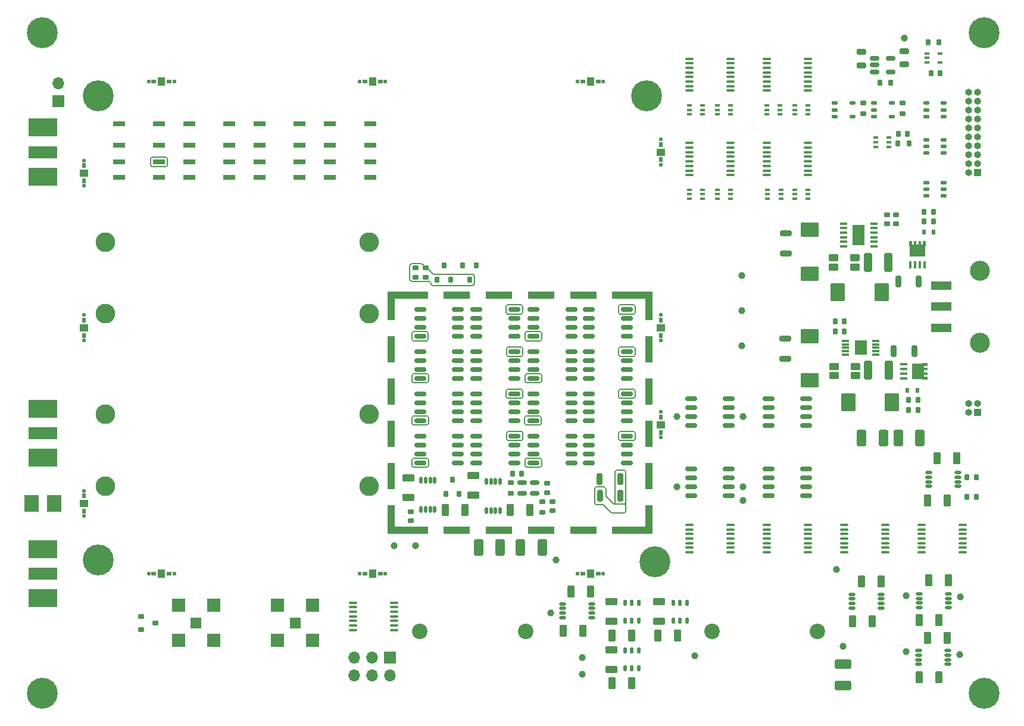
<source format=gts>
%TF.GenerationSoftware,KiCad,Pcbnew,(6.0.11)*%
%TF.CreationDate,2023-08-11T21:29:26-04:00*%
%TF.ProjectId,1fNoiseAmplifierRev13,31664e6f-6973-4654-916d-706c69666965,rev?*%
%TF.SameCoordinates,Original*%
%TF.FileFunction,Soldermask,Top*%
%TF.FilePolarity,Negative*%
%FSLAX46Y46*%
G04 Gerber Fmt 4.6, Leading zero omitted, Abs format (unit mm)*
G04 Created by KiCad (PCBNEW (6.0.11)) date 2023-08-11 21:29:26*
%MOMM*%
%LPD*%
G01*
G04 APERTURE LIST*
G04 Aperture macros list*
%AMRoundRect*
0 Rectangle with rounded corners*
0 $1 Rounding radius*
0 $2 $3 $4 $5 $6 $7 $8 $9 X,Y pos of 4 corners*
0 Add a 4 corners polygon primitive as box body*
4,1,4,$2,$3,$4,$5,$6,$7,$8,$9,$2,$3,0*
0 Add four circle primitives for the rounded corners*
1,1,$1+$1,$2,$3*
1,1,$1+$1,$4,$5*
1,1,$1+$1,$6,$7*
1,1,$1+$1,$8,$9*
0 Add four rect primitives between the rounded corners*
20,1,$1+$1,$2,$3,$4,$5,0*
20,1,$1+$1,$4,$5,$6,$7,0*
20,1,$1+$1,$6,$7,$8,$9,0*
20,1,$1+$1,$8,$9,$2,$3,0*%
%AMFreePoly0*
4,1,21,1.372500,0.787500,0.862500,0.787500,0.862500,0.532500,1.372500,0.532500,1.372500,0.127500,0.862500,0.127500,0.862500,-0.127500,1.372500,-0.127500,1.372500,-0.532500,0.862500,-0.532500,0.862500,-0.787500,1.372500,-0.787500,1.372500,-1.195000,0.612500,-1.195000,0.612500,-1.117500,-0.862500,-1.117500,-0.862500,1.117500,0.612500,1.117500,0.612500,1.195000,1.372500,1.195000,
1.372500,0.787500,1.372500,0.787500,$1*%
G04 Aperture macros list end*
%ADD10C,0.150000*%
%ADD11R,0.650000X0.400000*%
%ADD12R,1.000000X1.000000*%
%ADD13O,1.000000X1.000000*%
%ADD14C,0.700000*%
%ADD15C,4.400000*%
%ADD16RoundRect,0.137500X-0.262500X-0.137500X0.262500X-0.137500X0.262500X0.137500X-0.262500X0.137500X0*%
%ADD17RoundRect,0.150000X-0.150000X-0.300000X0.150000X-0.300000X0.150000X0.300000X-0.150000X0.300000X0*%
%ADD18RoundRect,0.175000X0.275000X-0.175000X0.275000X0.175000X-0.275000X0.175000X-0.275000X-0.175000X0*%
%ADD19RoundRect,0.175000X0.175000X0.275000X-0.175000X0.275000X-0.175000X-0.275000X0.175000X-0.275000X0*%
%ADD20RoundRect,0.250000X-1.025000X0.787500X-1.025000X-0.787500X1.025000X-0.787500X1.025000X0.787500X0*%
%ADD21RoundRect,0.250000X0.325000X1.100000X-0.325000X1.100000X-0.325000X-1.100000X0.325000X-1.100000X0*%
%ADD22RoundRect,0.250000X-0.325000X-1.100000X0.325000X-1.100000X0.325000X1.100000X-0.325000X1.100000X0*%
%ADD23RoundRect,0.250000X1.025000X-0.787500X1.025000X0.787500X-1.025000X0.787500X-1.025000X-0.787500X0*%
%ADD24RoundRect,0.150000X0.300000X-0.150000X0.300000X0.150000X-0.300000X0.150000X-0.300000X-0.150000X0*%
%ADD25RoundRect,0.150000X-0.300000X0.150000X-0.300000X-0.150000X0.300000X-0.150000X0.300000X0.150000X0*%
%ADD26RoundRect,0.198450X0.464050X0.326550X-0.464050X0.326550X-0.464050X-0.326550X0.464050X-0.326550X0*%
%ADD27RoundRect,0.115000X0.405000X0.095000X-0.405000X0.095000X-0.405000X-0.095000X0.405000X-0.095000X0*%
%ADD28RoundRect,0.020000X0.825000X1.425000X-0.825000X1.425000X-0.825000X-1.425000X0.825000X-1.425000X0*%
%ADD29RoundRect,0.177778X-0.697222X0.222222X-0.697222X-0.222222X0.697222X-0.222222X0.697222X0.222222X0*%
%ADD30RoundRect,0.198450X-0.464050X-0.326550X0.464050X-0.326550X0.464050X0.326550X-0.464050X0.326550X0*%
%ADD31RoundRect,0.037000X0.473000X-0.108000X0.473000X0.108000X-0.473000X0.108000X-0.473000X-0.108000X0*%
%ADD32C,0.420000*%
%ADD33RoundRect,0.010000X0.840000X0.940000X-0.840000X0.940000X-0.840000X-0.940000X0.840000X-0.940000X0*%
%ADD34RoundRect,0.217391X-0.282609X-0.657609X0.282609X-0.657609X0.282609X0.657609X-0.282609X0.657609X0*%
%ADD35RoundRect,0.048000X0.202000X-0.192000X0.202000X0.192000X-0.202000X0.192000X-0.202000X-0.192000X0*%
%ADD36RoundRect,0.050000X0.200000X-0.300000X0.200000X0.300000X-0.200000X0.300000X-0.200000X-0.300000X0*%
%ADD37RoundRect,0.110000X0.490000X-0.440000X0.490000X0.440000X-0.490000X0.440000X-0.490000X-0.440000X0*%
%ADD38RoundRect,0.175000X-0.485000X0.175000X-0.485000X-0.175000X0.485000X-0.175000X0.485000X0.175000X0*%
%ADD39R,0.600000X0.700000*%
%ADD40RoundRect,0.120000X-0.350000X-0.100000X0.350000X-0.100000X0.350000X0.100000X-0.350000X0.100000X0*%
%ADD41R,1.800000X0.800000*%
%ADD42RoundRect,0.050000X-0.550000X-0.125000X0.550000X-0.125000X0.550000X0.125000X-0.550000X0.125000X0*%
%ADD43RoundRect,0.250000X0.412500X0.925000X-0.412500X0.925000X-0.412500X-0.925000X0.412500X-0.925000X0*%
%ADD44RoundRect,0.175000X-0.175000X-0.275000X0.175000X-0.275000X0.175000X0.275000X-0.175000X0.275000X0*%
%ADD45C,1.000000*%
%ADD46RoundRect,0.180000X-0.645000X-0.130000X0.645000X-0.130000X0.645000X0.130000X-0.645000X0.130000X0*%
%ADD47RoundRect,0.217391X0.657609X-0.282609X0.657609X0.282609X-0.657609X0.282609X-0.657609X-0.282609X0*%
%ADD48C,2.200000*%
%ADD49RoundRect,0.177778X0.222222X0.697222X-0.222222X0.697222X-0.222222X-0.697222X0.222222X-0.697222X0*%
%ADD50R,2.920000X1.270000*%
%ADD51C,2.840000*%
%ADD52RoundRect,0.217391X0.282609X0.657609X-0.282609X0.657609X-0.282609X-0.657609X0.282609X-0.657609X0*%
%ADD53RoundRect,0.180000X0.645000X0.130000X-0.645000X0.130000X-0.645000X-0.130000X0.645000X-0.130000X0*%
%ADD54RoundRect,0.120000X0.100000X-0.350000X0.100000X0.350000X-0.100000X0.350000X-0.100000X-0.350000X0*%
%ADD55RoundRect,0.050000X0.550000X0.125000X-0.550000X0.125000X-0.550000X-0.125000X0.550000X-0.125000X0*%
%ADD56R,1.000000X3.140000*%
%ADD57R,3.800000X1.000000*%
%ADD58R,1.000000X3.800000*%
%ADD59R,4.720000X1.000000*%
%ADD60RoundRect,0.175000X-0.275000X-0.175000X0.275000X-0.175000X0.275000X0.175000X-0.275000X0.175000X0*%
%ADD61RoundRect,0.076000X-0.684000X-0.684000X0.684000X-0.684000X0.684000X0.684000X-0.684000X0.684000X0*%
%ADD62RoundRect,0.095500X-0.859500X-0.859500X0.859500X-0.859500X0.859500X0.859500X-0.859500X0.859500X0*%
%ADD63R,0.990000X0.405000*%
%ADD64FreePoly0,0.000000*%
%ADD65RoundRect,0.250000X-0.787500X-1.025000X0.787500X-1.025000X0.787500X1.025000X-0.787500X1.025000X0*%
%ADD66RoundRect,0.050000X-0.300000X-0.200000X0.300000X-0.200000X0.300000X0.200000X-0.300000X0.200000X0*%
%ADD67RoundRect,0.048000X-0.192000X-0.202000X0.192000X-0.202000X0.192000X0.202000X-0.192000X0.202000X0*%
%ADD68RoundRect,0.110000X-0.440000X-0.490000X0.440000X-0.490000X0.440000X0.490000X-0.440000X0.490000X0*%
%ADD69R,4.190000X1.780000*%
%ADD70R,4.190000X2.665000*%
%ADD71RoundRect,0.250000X-0.925000X0.412500X-0.925000X-0.412500X0.925000X-0.412500X0.925000X0.412500X0*%
%ADD72RoundRect,0.150000X0.150000X0.300000X-0.150000X0.300000X-0.150000X-0.300000X0.150000X-0.300000X0*%
%ADD73RoundRect,0.175000X0.175000X-0.275000X0.175000X0.275000X-0.175000X0.275000X-0.175000X-0.275000X0*%
%ADD74RoundRect,0.137500X0.137500X-0.262500X0.137500X0.262500X-0.137500X0.262500X-0.137500X-0.262500X0*%
%ADD75RoundRect,0.200000X0.475000X-0.200000X0.475000X0.200000X-0.475000X0.200000X-0.475000X-0.200000X0*%
%ADD76RoundRect,0.217391X-0.657609X0.282609X-0.657609X-0.282609X0.657609X-0.282609X0.657609X0.282609X0*%
%ADD77RoundRect,0.150000X-0.512500X-0.150000X0.512500X-0.150000X0.512500X0.150000X-0.512500X0.150000X0*%
%ADD78RoundRect,0.250000X-0.412500X-0.925000X0.412500X-0.925000X0.412500X0.925000X-0.412500X0.925000X0*%
%ADD79C,2.800000*%
%ADD80RoundRect,0.175000X-0.175000X0.275000X-0.175000X-0.275000X0.175000X-0.275000X0.175000X0.275000X0*%
%ADD81RoundRect,0.250000X0.787500X1.025000X-0.787500X1.025000X-0.787500X-1.025000X0.787500X-1.025000X0*%
%ADD82RoundRect,0.175000X-0.275000X0.175000X-0.275000X-0.175000X0.275000X-0.175000X0.275000X0.175000X0*%
%ADD83R,1.700000X1.700000*%
%ADD84O,1.700000X1.700000*%
%ADD85RoundRect,0.076000X-0.684000X0.684000X-0.684000X-0.684000X0.684000X-0.684000X0.684000X0.684000X0*%
%ADD86RoundRect,0.095500X-0.859500X0.859500X-0.859500X-0.859500X0.859500X-0.859500X0.859500X0.859500X0*%
%ADD87R,2.010000X2.390000*%
%ADD88R,0.405000X0.990000*%
%ADD89FreePoly0,90.000000*%
G04 APERTURE END LIST*
D10*
X126616208Y-121029808D02*
G75*
G03*
X126816208Y-120829869I92J199908D01*
G01*
X99424077Y-86991998D02*
G75*
G03*
X99636206Y-87079869I212123J212098D01*
G01*
X124016481Y-118519869D02*
G75*
G03*
X124066208Y-118639869I169819J69D01*
G01*
X109841231Y-104529869D02*
G75*
G03*
X110041208Y-104729869I199969J-31D01*
G01*
X112691208Y-107229808D02*
G75*
G03*
X112491208Y-107429869I92J-200092D01*
G01*
X125316208Y-119588448D02*
X125316208Y-115154869D01*
X111991208Y-104729808D02*
G75*
G03*
X112191208Y-104529869I92J199908D01*
G01*
X98791208Y-101429869D02*
X98791208Y-102329869D01*
X114891208Y-113429869D02*
X114891208Y-114329869D01*
X125841208Y-110529869D02*
X125841208Y-109629869D01*
X110041208Y-103429808D02*
G75*
G03*
X109841208Y-103629869I92J-200092D01*
G01*
X98791231Y-107429869D02*
G75*
G03*
X98591208Y-107229869I-200031J-31D01*
G01*
X127991208Y-92729869D02*
X126041208Y-92729869D01*
X112241208Y-109629869D02*
X112241208Y-110529869D01*
X96641208Y-113229808D02*
G75*
G03*
X96441208Y-113429869I92J-200092D01*
G01*
X112741208Y-101229808D02*
G75*
G03*
X112541208Y-101429869I92J-200092D01*
G01*
X97948338Y-85667737D02*
X98236206Y-85955869D01*
X114891231Y-95429869D02*
G75*
G03*
X114691208Y-95229869I-200031J-31D01*
G01*
X125841231Y-104529869D02*
G75*
G03*
X126041208Y-104729869I199969J-31D01*
G01*
X125841231Y-98529869D02*
G75*
G03*
X126041208Y-98729869I199969J-31D01*
G01*
X127991208Y-104729869D02*
X126041208Y-104729869D01*
X126816208Y-120829869D02*
X126824787Y-119588448D01*
X125841208Y-92529869D02*
X125841208Y-91629869D01*
X99136231Y-88279869D02*
G75*
G03*
X98936206Y-88079869I-200031J-31D01*
G01*
X112541208Y-114329869D02*
X112541208Y-113429869D01*
X112541231Y-114329869D02*
G75*
G03*
X112741208Y-114529869I199969J-31D01*
G01*
X105336206Y-88379869D02*
X105336206Y-87379869D01*
X126624787Y-119788448D02*
X125516208Y-119788448D01*
X96441208Y-102329869D02*
X96441208Y-101429869D01*
X105036206Y-87079869D02*
X99636206Y-87079869D01*
X122616208Y-117329808D02*
G75*
G03*
X122416208Y-117529869I92J-200092D01*
G01*
X99336206Y-88679869D02*
X105036206Y-88679869D01*
X109841208Y-104529869D02*
X109841208Y-103629869D01*
X98566208Y-96529869D02*
X96616208Y-96529869D01*
X96616208Y-95229808D02*
G75*
G03*
X96416208Y-95429869I92J-200092D01*
G01*
X110091208Y-97429869D02*
X112041208Y-97429869D01*
X112191231Y-91629869D02*
G75*
G03*
X111991208Y-91429869I-200031J-31D01*
G01*
X127991208Y-110729869D02*
X126041208Y-110729869D01*
X96416231Y-96329869D02*
G75*
G03*
X96616208Y-96529869I199969J-31D01*
G01*
X111991208Y-104729869D02*
X110041208Y-104729869D01*
X112741208Y-95229808D02*
G75*
G03*
X112541208Y-95429869I92J-200092D01*
G01*
X126041208Y-91429869D02*
X127991208Y-91429869D01*
X96641208Y-113229869D02*
X98591208Y-113229869D01*
X127991208Y-104729808D02*
G75*
G03*
X128191208Y-104529869I92J199908D01*
G01*
X128191208Y-103629869D02*
X128191208Y-104529869D01*
X124016231Y-117529869D02*
G75*
G03*
X123816208Y-117329869I-200031J-31D01*
G01*
X114641208Y-108529869D02*
X112691208Y-108529869D01*
X99136206Y-88279869D02*
X99136206Y-88479869D01*
X112541208Y-102329869D02*
X112541208Y-101429869D01*
X110041208Y-103429869D02*
X111991208Y-103429869D01*
X98791231Y-101429869D02*
G75*
G03*
X98591208Y-101229869I-200031J-31D01*
G01*
X126816231Y-119979869D02*
G75*
G03*
X126616208Y-119779869I-200031J-31D01*
G01*
X123648132Y-119867945D02*
X124773071Y-120983006D01*
X110091208Y-97429808D02*
G75*
G03*
X109891208Y-97629869I92J-200092D01*
G01*
X98791208Y-113429869D02*
X98791208Y-114329869D01*
X109841231Y-92529869D02*
G75*
G03*
X110041208Y-92729869I199969J-31D01*
G01*
X109841208Y-92529869D02*
X109841208Y-91629869D01*
X61374074Y-71779874D02*
G75*
G03*
X61674074Y-71479869I26J299974D01*
G01*
X128191208Y-97629869D02*
X128191208Y-98529869D01*
X109891231Y-110529869D02*
G75*
G03*
X110091208Y-110729869I199969J-31D01*
G01*
X114691208Y-102529869D02*
X112741208Y-102529869D01*
X125155942Y-119720068D02*
X124066208Y-118639869D01*
X97948341Y-85667734D02*
G75*
G03*
X97736206Y-85579869I-212141J-212166D01*
G01*
X125316208Y-119779869D02*
X125266208Y-119779868D01*
X114891208Y-95429869D02*
X114891208Y-96329869D01*
X123816208Y-117329869D02*
X122616208Y-117329869D01*
X112041208Y-98729808D02*
G75*
G03*
X112241208Y-98529869I92J199908D01*
G01*
X112491208Y-108329869D02*
X112491208Y-107429869D01*
X98591208Y-108529869D02*
X96641208Y-108529869D01*
X109891231Y-98529869D02*
G75*
G03*
X110091208Y-98729869I199969J-31D01*
G01*
X112541231Y-96329869D02*
G75*
G03*
X112741208Y-96529869I199969J-31D01*
G01*
X114891231Y-113429869D02*
G75*
G03*
X114691208Y-113229869I-200031J-31D01*
G01*
X124773073Y-120983004D02*
G75*
G03*
X124886208Y-121029869I113127J113104D01*
G01*
X96436206Y-85579806D02*
G75*
G03*
X96136206Y-85879869I94J-300094D01*
G01*
X112541231Y-102329869D02*
G75*
G03*
X112741208Y-102529869I199969J-31D01*
G01*
X125841208Y-104529869D02*
X125841208Y-103629869D01*
X126041208Y-91429808D02*
G75*
G03*
X125841208Y-91629869I92J-200092D01*
G01*
X112741208Y-113229808D02*
G75*
G03*
X112541208Y-113429869I92J-200092D01*
G01*
X109891208Y-110529869D02*
X109891208Y-109629869D01*
X126624787Y-119788487D02*
G75*
G03*
X126824787Y-119588448I-87J200087D01*
G01*
X123648134Y-119867943D02*
G75*
G03*
X123556208Y-119829869I-91934J-91957D01*
G01*
X98791231Y-113429869D02*
G75*
G03*
X98591208Y-113229869I-200031J-31D01*
G01*
X61674031Y-70679869D02*
G75*
G03*
X61374074Y-70379869I-299931J69D01*
G01*
X96441208Y-108329869D02*
X96441208Y-107429869D01*
X114691208Y-114529808D02*
G75*
G03*
X114891208Y-114329869I92J199908D01*
G01*
X112241231Y-97629869D02*
G75*
G03*
X112041208Y-97429869I-200031J-31D01*
G01*
X112191208Y-91629869D02*
X112191208Y-92529869D01*
X96436206Y-88079869D02*
X98936206Y-88079869D01*
X125516208Y-114954869D02*
X126624787Y-114954869D01*
X125516208Y-114954808D02*
G75*
G03*
X125316208Y-115154869I92J-200092D01*
G01*
X128191208Y-91629869D02*
X128191208Y-92529869D01*
X112241231Y-109629869D02*
G75*
G03*
X112041208Y-109429869I-200031J-31D01*
G01*
X127991208Y-110729808D02*
G75*
G03*
X128191208Y-110529869I92J199908D01*
G01*
X126041208Y-109429869D02*
X127991208Y-109429869D01*
X122416231Y-119629869D02*
G75*
G03*
X122616208Y-119829869I199969J-31D01*
G01*
X125416208Y-119779869D02*
X125316208Y-119779869D01*
X99136231Y-88479869D02*
G75*
G03*
X99336206Y-88679869I199969J-31D01*
G01*
X96441231Y-114329869D02*
G75*
G03*
X96641208Y-114529869I199969J-31D01*
G01*
X98591208Y-114529869D02*
X96641208Y-114529869D01*
X127991208Y-98729808D02*
G75*
G03*
X128191208Y-98529869I92J199908D01*
G01*
X125841231Y-110529869D02*
G75*
G03*
X126041208Y-110729869I199969J-31D01*
G01*
X98591208Y-102529869D02*
X96641208Y-102529869D01*
X98791208Y-107429869D02*
X98791208Y-108329869D01*
X110091208Y-109429869D02*
X112041208Y-109429869D01*
X98591208Y-108529808D02*
G75*
G03*
X98791208Y-108329869I92J199908D01*
G01*
X112191231Y-103629869D02*
G75*
G03*
X111991208Y-103429869I-200031J-31D01*
G01*
X112041208Y-98729869D02*
X110091208Y-98729869D01*
X126041208Y-97429808D02*
G75*
G03*
X125841208Y-97629869I92J-200092D01*
G01*
X122416208Y-117529869D02*
X122416208Y-119629869D01*
X124886208Y-121029869D02*
X126616208Y-121029869D01*
X128191231Y-103629869D02*
G75*
G03*
X127991208Y-103429869I-200031J-31D01*
G01*
X125316252Y-119588448D02*
G75*
G03*
X125516208Y-119788448I199948J-52D01*
G01*
X126041208Y-103429869D02*
X127991208Y-103429869D01*
X96441208Y-114329869D02*
X96441208Y-113429869D01*
X112191208Y-103629869D02*
X112191208Y-104529869D01*
X114641208Y-108529808D02*
G75*
G03*
X114841208Y-108329869I92J199908D01*
G01*
X110041208Y-91429869D02*
X111991208Y-91429869D01*
X126824731Y-115154869D02*
G75*
G03*
X126624787Y-114954869I-199931J69D01*
G01*
X127991208Y-92729808D02*
G75*
G03*
X128191208Y-92529869I92J199908D01*
G01*
X112041208Y-110729808D02*
G75*
G03*
X112241208Y-110529869I92J199908D01*
G01*
X96641208Y-101229869D02*
X98591208Y-101229869D01*
X96641208Y-107229869D02*
X98591208Y-107229869D01*
X126824787Y-115154869D02*
X126824787Y-119588448D01*
X111991208Y-92729808D02*
G75*
G03*
X112191208Y-92529869I92J199908D01*
G01*
X128191231Y-91629869D02*
G75*
G03*
X127991208Y-91429869I-200031J-31D01*
G01*
X126041208Y-109429808D02*
G75*
G03*
X125841208Y-109629869I92J-200092D01*
G01*
X128191231Y-97629869D02*
G75*
G03*
X127991208Y-97429869I-200031J-31D01*
G01*
X59274031Y-71479869D02*
G75*
G03*
X59574074Y-71779869I300069J69D01*
G01*
X96136206Y-85879869D02*
X96136206Y-87779869D01*
X96441231Y-108329869D02*
G75*
G03*
X96641208Y-108529869I199969J-31D01*
G01*
X114841208Y-107429869D02*
X114841208Y-108329869D01*
X110041208Y-91429808D02*
G75*
G03*
X109841208Y-91629869I92J-200092D01*
G01*
X126041208Y-103429808D02*
G75*
G03*
X125841208Y-103629869I92J-200092D01*
G01*
X96416208Y-96329869D02*
X96416208Y-95429869D01*
X61374074Y-71779869D02*
X59574074Y-71779869D01*
X98766231Y-95429869D02*
G75*
G03*
X98566208Y-95229869I-200031J-31D01*
G01*
X125841231Y-92529869D02*
G75*
G03*
X126041208Y-92729869I199969J-31D01*
G01*
X112041208Y-110729869D02*
X110091208Y-110729869D01*
X105036206Y-88679806D02*
G75*
G03*
X105336206Y-88379869I94J299906D01*
G01*
X59274074Y-71479869D02*
X59274074Y-70679869D01*
X114691208Y-114529869D02*
X112741208Y-114529869D01*
X98591208Y-114529808D02*
G75*
G03*
X98791208Y-114329869I92J199908D01*
G01*
X99424074Y-86992001D02*
X98736206Y-86304869D01*
X114891208Y-101429869D02*
X114891208Y-102329869D01*
X114891231Y-101429869D02*
G75*
G03*
X114691208Y-101229869I-200031J-31D01*
G01*
X128191231Y-109629869D02*
G75*
G03*
X127991208Y-109429869I-200031J-31D01*
G01*
X114691208Y-102529808D02*
G75*
G03*
X114891208Y-102329869I92J199908D01*
G01*
X111991208Y-92729869D02*
X110041208Y-92729869D01*
X109891208Y-98529869D02*
X109891208Y-97629869D01*
X96441231Y-102329869D02*
G75*
G03*
X96641208Y-102529869I199969J-31D01*
G01*
X112691208Y-107229869D02*
X114641208Y-107229869D01*
X110091208Y-109429808D02*
G75*
G03*
X109891208Y-109629869I92J-200092D01*
G01*
X96641208Y-101229808D02*
G75*
G03*
X96441208Y-101429869I92J-200092D01*
G01*
X98591208Y-102529808D02*
G75*
G03*
X98791208Y-102329869I92J199908D01*
G01*
X112741208Y-95229869D02*
X114691208Y-95229869D01*
X126041208Y-97429869D02*
X127991208Y-97429869D01*
X112491231Y-108329869D02*
G75*
G03*
X112691208Y-108529869I199969J-31D01*
G01*
X105336231Y-87379869D02*
G75*
G03*
X105036206Y-87079869I-300031J-31D01*
G01*
X59574074Y-70379869D02*
X61374074Y-70379869D01*
X125155947Y-119720064D02*
G75*
G03*
X125266208Y-119779868I120253J90164D01*
G01*
X96616208Y-95229869D02*
X98566208Y-95229869D01*
X114691208Y-96529808D02*
G75*
G03*
X114891208Y-96329869I92J199908D01*
G01*
X127991208Y-98729869D02*
X126041208Y-98729869D01*
X125167353Y-119719437D02*
G75*
G03*
X125316208Y-119609869I48847J89537D01*
G01*
X114841231Y-107429869D02*
G75*
G03*
X114641208Y-107229869I-200031J-31D01*
G01*
X112541208Y-96329869D02*
X112541208Y-95429869D01*
X98566208Y-96529808D02*
G75*
G03*
X98766208Y-96329869I92J199908D01*
G01*
X128191208Y-109629869D02*
X128191208Y-110529869D01*
X114691208Y-96529869D02*
X112741208Y-96529869D01*
X112741208Y-113229869D02*
X114691208Y-113229869D01*
X122616208Y-119829869D02*
X123556208Y-119829869D01*
X124016503Y-118519869D02*
X124016208Y-117529869D01*
X97736206Y-85579869D02*
X96436206Y-85579869D01*
X96136231Y-87779869D02*
G75*
G03*
X96436206Y-88079869I299969J-31D01*
G01*
X112741208Y-101229869D02*
X114691208Y-101229869D01*
X59574074Y-70379874D02*
G75*
G03*
X59274074Y-70679869I26J-300026D01*
G01*
X96641208Y-107229808D02*
G75*
G03*
X96441208Y-107429869I92J-200092D01*
G01*
X112241208Y-97629869D02*
X112241208Y-98529869D01*
X61674074Y-71479869D02*
X61674074Y-70679869D01*
X125841208Y-98529869D02*
X125841208Y-97629869D01*
X98766208Y-95429869D02*
X98766208Y-96329869D01*
D11*
%TO.C,U28*%
X164286206Y-67629869D03*
X164286206Y-68279869D03*
X164286206Y-68929869D03*
X162386206Y-68929869D03*
X162386206Y-68279869D03*
X162386206Y-67629869D03*
%TD*%
D12*
%TO.C,J12*%
X176861206Y-106679869D03*
D13*
X175591206Y-106679869D03*
X176861206Y-105409869D03*
X175591206Y-105409869D03*
%TD*%
D14*
%TO.C,H1*%
X45002932Y-147846595D03*
X43836206Y-145029869D03*
X42669480Y-145513143D03*
X42186206Y-146679869D03*
X45002932Y-145513143D03*
X42669480Y-147846595D03*
X43836206Y-148329869D03*
D15*
X43836206Y-146679869D03*
D14*
X45486206Y-146679869D03*
%TD*%
%TO.C,H2*%
X179002932Y-147846595D03*
X177836206Y-145029869D03*
X176669480Y-145513143D03*
X176186206Y-146679869D03*
X179002932Y-145513143D03*
X176669480Y-147846595D03*
X177836206Y-148329869D03*
D15*
X177836206Y-146679869D03*
D14*
X179486206Y-146679869D03*
%TD*%
%TO.C,H7*%
X45486206Y-52679869D03*
D15*
X43836206Y-52679869D03*
D14*
X43836206Y-54329869D03*
X42669480Y-53846595D03*
X45002932Y-51513143D03*
X42186206Y-52679869D03*
X42669480Y-51513143D03*
X43836206Y-51029869D03*
X45002932Y-53846595D03*
%TD*%
%TO.C,H8*%
X179002932Y-53846595D03*
X177836206Y-51029869D03*
X176669480Y-51513143D03*
X176186206Y-52679869D03*
X179002932Y-51513143D03*
X176669480Y-53846595D03*
X177836206Y-54329869D03*
D15*
X177836206Y-52679869D03*
D14*
X179486206Y-52679869D03*
%TD*%
D16*
%TO.C,U34*%
X162186206Y-62729869D03*
X162186206Y-63679869D03*
X162186206Y-64629869D03*
X164686206Y-64629869D03*
X164686206Y-62729869D03*
%TD*%
%TO.C,U33*%
X156586206Y-62729869D03*
X156586206Y-63679869D03*
X156586206Y-64629869D03*
X159086206Y-64629869D03*
X159086206Y-62729869D03*
%TD*%
D17*
%TO.C,R24*%
X165586206Y-67079869D03*
X166886206Y-67079869D03*
%TD*%
D18*
%TO.C,C42*%
X160636206Y-64254869D03*
X160636206Y-62704869D03*
%TD*%
%TO.C,C43*%
X166236206Y-64254869D03*
X166236206Y-62704869D03*
%TD*%
D19*
%TO.C,C41*%
X167111206Y-68479869D03*
X165561206Y-68479869D03*
%TD*%
D20*
%TO.C,C32*%
X153011206Y-95917369D03*
X153011206Y-102142369D03*
%TD*%
D21*
%TO.C,C34*%
X164286206Y-100729869D03*
X161336206Y-100729869D03*
%TD*%
D22*
%TO.C,C40*%
X161266206Y-85379869D03*
X164216206Y-85379869D03*
%TD*%
D23*
%TO.C,C38*%
X153041206Y-86992369D03*
X153041206Y-80767369D03*
%TD*%
D24*
%TO.C,R22*%
X163991206Y-79879869D03*
X163991206Y-78579869D03*
%TD*%
D17*
%TO.C,R15*%
X156611206Y-93807369D03*
X157911206Y-93807369D03*
%TD*%
%TO.C,R14*%
X156611206Y-95179869D03*
X157911206Y-95179869D03*
%TD*%
D25*
%TO.C,R21*%
X165311206Y-78579869D03*
X165311206Y-79879869D03*
%TD*%
D17*
%TO.C,R12*%
X167086206Y-106379869D03*
X168386206Y-106379869D03*
%TD*%
%TO.C,R23*%
X169286206Y-78179869D03*
X170586206Y-78179869D03*
%TD*%
D26*
%TO.C,C39*%
X159478706Y-86029869D03*
X159478706Y-84729869D03*
X156403706Y-86029869D03*
X156403706Y-84729869D03*
%TD*%
D27*
%TO.C,U21*%
X162141206Y-83104869D03*
X162141206Y-82454869D03*
X162141206Y-81804869D03*
X162141206Y-81154869D03*
X162141206Y-80504869D03*
X162141206Y-79854869D03*
X157841206Y-79854869D03*
X157841206Y-80504869D03*
X157841206Y-81154869D03*
X157841206Y-81804869D03*
X157841206Y-82454869D03*
X157841206Y-83104869D03*
D28*
X159991206Y-81479869D03*
%TD*%
D29*
%TO.C,R19*%
X149611206Y-81229869D03*
X149611206Y-84129869D03*
%TD*%
%TO.C,R13*%
X149561206Y-96182369D03*
X149561206Y-99082369D03*
%TD*%
D30*
%TO.C,C33*%
X156473706Y-100179869D03*
X156473706Y-101479869D03*
X159548706Y-100179869D03*
X159548706Y-101479869D03*
%TD*%
D31*
%TO.C,U20*%
X162411206Y-98529869D03*
X162411206Y-98029869D03*
X162411206Y-97529869D03*
X162411206Y-97029869D03*
X162411206Y-96529869D03*
X158111206Y-96529869D03*
X158111206Y-97029869D03*
X158111206Y-97529869D03*
X158111206Y-98029869D03*
X158111206Y-98529869D03*
D32*
X160861206Y-97529869D03*
D33*
X160261206Y-97529869D03*
D32*
X160861206Y-96829869D03*
X159661206Y-96829869D03*
X159661206Y-97529869D03*
X160861206Y-98229869D03*
X159661206Y-98229869D03*
%TD*%
D34*
%TO.C,C8*%
X131391832Y-138479869D03*
X134191832Y-138479869D03*
%TD*%
D35*
%TO.C,J18*%
X131836206Y-71489869D03*
D36*
X131836206Y-70779869D03*
D35*
X131836206Y-67869869D03*
D37*
X131836206Y-69679869D03*
D36*
X131836206Y-68579869D03*
%TD*%
D38*
%TO.C,R4*%
X113910142Y-116729869D03*
X113910142Y-118229869D03*
%TD*%
D39*
%TO.C,D3*%
X168336206Y-103579869D03*
X166936206Y-103579869D03*
%TD*%
D40*
%TO.C,U7*%
X159061206Y-132604869D03*
X159061206Y-133254869D03*
X159061206Y-133904869D03*
X159061206Y-134554869D03*
X163211206Y-134554869D03*
X163211206Y-133904869D03*
X163211206Y-133254869D03*
X163211206Y-132604869D03*
%TD*%
%TO.C,U2*%
X168486206Y-140604869D03*
X168486206Y-141254869D03*
X168486206Y-141904869D03*
X168486206Y-142554869D03*
X172636206Y-142554869D03*
X172636206Y-141904869D03*
X172636206Y-141254869D03*
X172636206Y-140604869D03*
%TD*%
D14*
%TO.C,H3*%
X50669480Y-126513143D03*
X53002932Y-126513143D03*
X50669480Y-128846595D03*
X50186206Y-127679869D03*
X51836206Y-129329869D03*
X53002932Y-128846595D03*
D15*
X51836206Y-127679869D03*
D14*
X53486206Y-127679869D03*
X51836206Y-126029869D03*
%TD*%
D41*
%TO.C,K1*%
X54786206Y-65679869D03*
X54786206Y-68679869D03*
X54786206Y-71079869D03*
X54786206Y-73279869D03*
X60486206Y-73279869D03*
X60486206Y-71079869D03*
X60486206Y-68679869D03*
X60486206Y-65679869D03*
%TD*%
D42*
%TO.C,U12*%
X168936206Y-122729869D03*
X168936206Y-123379869D03*
X168936206Y-124029869D03*
X168936206Y-124679869D03*
X168936206Y-125329869D03*
X168936206Y-125979869D03*
X168936206Y-126629869D03*
X174736206Y-126629869D03*
X174736206Y-125979869D03*
X174736206Y-125329869D03*
X174736206Y-124679869D03*
X174736206Y-124029869D03*
X174736206Y-123379869D03*
X174736206Y-122729869D03*
%TD*%
D43*
%TO.C,C30*%
X168673706Y-110379869D03*
X165598706Y-110379869D03*
%TD*%
D44*
%TO.C,C46*%
X162961206Y-59779869D03*
X164511206Y-59779869D03*
%TD*%
D14*
%TO.C,H6*%
X129836206Y-63329869D03*
X131486206Y-61679869D03*
D15*
X129836206Y-61679869D03*
D14*
X129836206Y-60029869D03*
X131002932Y-62846595D03*
X128669480Y-60513143D03*
X128186206Y-61679869D03*
X128669480Y-62846595D03*
X131002932Y-60513143D03*
%TD*%
D42*
%TO.C,U26*%
X135936206Y-68404869D03*
X135936206Y-69054869D03*
X135936206Y-69704869D03*
X135936206Y-70354869D03*
X135936206Y-71004869D03*
X135936206Y-71654869D03*
X135936206Y-72304869D03*
X135936206Y-72954869D03*
X141736206Y-72954869D03*
X141736206Y-72304869D03*
X141736206Y-71654869D03*
X141736206Y-71004869D03*
X141736206Y-70354869D03*
X141736206Y-69704869D03*
X141736206Y-69054869D03*
X141736206Y-68404869D03*
%TD*%
D45*
%TO.C,TP13*%
X156836206Y-129079869D03*
%TD*%
%TO.C,TP5*%
X166736206Y-140779869D03*
%TD*%
D46*
%TO.C,Q7*%
X113710142Y-104074869D03*
X113710142Y-105344869D03*
X113710142Y-106614869D03*
X113710142Y-107884869D03*
X119110142Y-107884869D03*
X119110142Y-106614869D03*
X119110142Y-105344869D03*
X119110142Y-104074869D03*
%TD*%
D45*
%TO.C,TP9*%
X174436206Y-132979869D03*
%TD*%
D47*
%TO.C,C7*%
X124836206Y-143279869D03*
X124836206Y-140479869D03*
%TD*%
D25*
%TO.C,C36*%
X98436206Y-86179869D03*
X98436206Y-87479869D03*
%TD*%
D48*
%TO.C,C4*%
X97586206Y-137879869D03*
X112586206Y-137879869D03*
%TD*%
D42*
%TO.C,U35*%
X135936206Y-56404869D03*
X135936206Y-57054869D03*
X135936206Y-57704869D03*
X135936206Y-58354869D03*
X135936206Y-59004869D03*
X135936206Y-59654869D03*
X135936206Y-60304869D03*
X135936206Y-60954869D03*
X141736206Y-60954869D03*
X141736206Y-60304869D03*
X141736206Y-59654869D03*
X141736206Y-59004869D03*
X141736206Y-58354869D03*
X141736206Y-57704869D03*
X141736206Y-57054869D03*
X141736206Y-56404869D03*
%TD*%
D48*
%TO.C,C9*%
X139136206Y-137879869D03*
X154136206Y-137879869D03*
%TD*%
D45*
%TO.C,TP15*%
X134136206Y-117279869D03*
%TD*%
D11*
%TO.C,U30*%
X141786206Y-64329869D03*
X141786206Y-63679869D03*
X141786206Y-63029869D03*
X139886206Y-63029869D03*
X139886206Y-63679869D03*
X139886206Y-64329869D03*
%TD*%
D49*
%TO.C,R18*%
X168486206Y-88079869D03*
X165586206Y-88079869D03*
%TD*%
D45*
%TO.C,TP7*%
X116186206Y-135229869D03*
%TD*%
D50*
%TO.C,J15*%
X171716206Y-88679869D03*
X171716206Y-91679869D03*
X171716206Y-94679869D03*
D51*
X177186206Y-86529869D03*
X177186206Y-96829869D03*
%TD*%
D52*
%TO.C,C15*%
X161936206Y-136429869D03*
X159136206Y-136429869D03*
%TD*%
D45*
%TO.C,TP10*%
X93886206Y-125679869D03*
%TD*%
D39*
%TO.C,D4*%
X170636206Y-81079869D03*
X169236206Y-81079869D03*
%TD*%
D12*
%TO.C,J19*%
X176861206Y-72604869D03*
D13*
X175591206Y-72604869D03*
X176861206Y-71334869D03*
X175591206Y-71334869D03*
X176861206Y-70064869D03*
X175591206Y-70064869D03*
X176861206Y-68794869D03*
X175591206Y-68794869D03*
X176861206Y-67524869D03*
X175591206Y-67524869D03*
X176861206Y-66254869D03*
X175591206Y-66254869D03*
X176861206Y-64984869D03*
X175591206Y-64984869D03*
X176861206Y-63714869D03*
X175591206Y-63714869D03*
X176861206Y-62444869D03*
X175591206Y-62444869D03*
X176861206Y-61174869D03*
X175591206Y-61174869D03*
%TD*%
D53*
%TO.C,Q15*%
X111010142Y-95884869D03*
X111010142Y-94614869D03*
X111010142Y-93344869D03*
X111010142Y-92074869D03*
X105610142Y-92074869D03*
X105610142Y-93344869D03*
X105610142Y-94614869D03*
X105610142Y-95884869D03*
%TD*%
D45*
%TO.C,TP17*%
X134136206Y-107279869D03*
%TD*%
D54*
%TO.C,U14*%
X107035142Y-120654869D03*
X107685142Y-120654869D03*
X108335142Y-120654869D03*
X108985142Y-120654869D03*
X108985142Y-116504869D03*
X108335142Y-116504869D03*
X107685142Y-116504869D03*
X107035142Y-116504869D03*
%TD*%
D40*
%TO.C,U8*%
X168561206Y-132554869D03*
X168561206Y-133204869D03*
X168561206Y-133854869D03*
X168561206Y-134504869D03*
X172711206Y-134504869D03*
X172711206Y-133854869D03*
X172711206Y-133204869D03*
X172711206Y-132554869D03*
%TD*%
D36*
%TO.C,J13*%
X49836206Y-93579869D03*
D37*
X49836206Y-94679869D03*
D36*
X49836206Y-95779869D03*
D35*
X49836206Y-96489869D03*
X49836206Y-92869869D03*
%TD*%
D55*
%TO.C,U3*%
X93886206Y-137679869D03*
X93886206Y-137029869D03*
X93886206Y-136379869D03*
X93886206Y-135729869D03*
X93886206Y-135079869D03*
X93886206Y-134429869D03*
X93886206Y-133779869D03*
X88086206Y-133779869D03*
X88086206Y-134429869D03*
X88086206Y-135079869D03*
X88086206Y-135729869D03*
X88086206Y-136379869D03*
X88086206Y-137029869D03*
X88086206Y-137679869D03*
%TD*%
D11*
%TO.C,U25*%
X152786206Y-76329869D03*
X152786206Y-75679869D03*
X152786206Y-75029869D03*
X150886206Y-75029869D03*
X150886206Y-75679869D03*
X150886206Y-76329869D03*
%TD*%
D12*
%TO.C,J10*%
X130136208Y-90039869D03*
D56*
X93496208Y-121449869D03*
D57*
X108816208Y-90039869D03*
X114816208Y-90039869D03*
D58*
X130136208Y-109779869D03*
X93496208Y-103779869D03*
X93496208Y-109779869D03*
X93496208Y-115779869D03*
D57*
X114816208Y-123519869D03*
D56*
X130136208Y-92109869D03*
D58*
X130136208Y-103779869D03*
D12*
X93496208Y-123519869D03*
D59*
X96356208Y-123519869D03*
D12*
X130136208Y-123519869D03*
D57*
X120816208Y-90039869D03*
D56*
X93496208Y-92109869D03*
D57*
X102816208Y-123519869D03*
D58*
X130136208Y-115779869D03*
D12*
X93496208Y-90039869D03*
D59*
X127276208Y-123519869D03*
D57*
X108816208Y-123519869D03*
D58*
X93496208Y-97779869D03*
X130136208Y-97779869D03*
D56*
X130136208Y-121449869D03*
D57*
X102816208Y-90039869D03*
D59*
X96356208Y-90039869D03*
X127276208Y-90039869D03*
D57*
X120816208Y-123519869D03*
%TD*%
D46*
%TO.C,U15*%
X136136206Y-114774869D03*
X136136206Y-116044869D03*
X136136206Y-117314869D03*
X136136206Y-118584869D03*
X141536206Y-118584869D03*
X141536206Y-117314869D03*
X141536206Y-116044869D03*
X141536206Y-114774869D03*
%TD*%
D60*
%TO.C,D1*%
X57936206Y-135729869D03*
X57936206Y-137629869D03*
X59936206Y-136679869D03*
%TD*%
D45*
%TO.C,TP8*%
X166736206Y-132779869D03*
%TD*%
D24*
%TO.C,R3*%
X116410142Y-120729869D03*
X116410142Y-119429869D03*
%TD*%
D41*
%TO.C,K3*%
X74786206Y-65679869D03*
X74786206Y-68679869D03*
X74786206Y-71079869D03*
X74786206Y-73279869D03*
X80486206Y-73279869D03*
X80486206Y-71079869D03*
X80486206Y-68679869D03*
X80486206Y-65679869D03*
%TD*%
D61*
%TO.C,J2*%
X79836206Y-136679869D03*
D62*
X77336206Y-139179869D03*
X77336206Y-134179869D03*
X82336206Y-139179869D03*
X82336206Y-134179869D03*
%TD*%
D63*
%TO.C,Q13*%
X166401206Y-99889869D03*
X166401206Y-100549869D03*
X166401206Y-101209869D03*
X166401206Y-101869869D03*
D64*
X168393706Y-100879869D03*
%TD*%
D65*
%TO.C,C37*%
X156998706Y-89579869D03*
X163223706Y-89579869D03*
%TD*%
D46*
%TO.C,U19*%
X147136206Y-104774869D03*
X147136206Y-106044869D03*
X147136206Y-107314869D03*
X147136206Y-108584869D03*
X152536206Y-108584869D03*
X152536206Y-107314869D03*
X152536206Y-106044869D03*
X152536206Y-104774869D03*
%TD*%
D45*
%TO.C,TP14*%
X143536206Y-119279869D03*
%TD*%
D66*
%TO.C,J21*%
X59736206Y-59679869D03*
X61936206Y-59679869D03*
D67*
X59026206Y-59679869D03*
X62646206Y-59679869D03*
D68*
X60836206Y-59679869D03*
%TD*%
D34*
%TO.C,C20*%
X101210142Y-120579869D03*
X104010142Y-120579869D03*
%TD*%
D69*
%TO.C,J4*%
X43936206Y-129679869D03*
D70*
X43936206Y-126187369D03*
X43936206Y-133172369D03*
%TD*%
D52*
%TO.C,C24*%
X172586206Y-119229869D03*
X169786206Y-119229869D03*
%TD*%
D16*
%TO.C,D7*%
X169586206Y-62729869D03*
X169586206Y-63679869D03*
X169586206Y-64629869D03*
X172086206Y-64629869D03*
X172086206Y-63679869D03*
X172086206Y-62729869D03*
%TD*%
D71*
%TO.C,C2*%
X157736206Y-142542369D03*
X157736206Y-145617369D03*
%TD*%
D46*
%TO.C,Q9*%
X97610142Y-98074869D03*
X97610142Y-99344869D03*
X97610142Y-100614869D03*
X97610142Y-101884869D03*
X103010142Y-101884869D03*
X103010142Y-100614869D03*
X103010142Y-99344869D03*
X103010142Y-98074869D03*
%TD*%
D72*
%TO.C,R10*%
X176686206Y-115979869D03*
X175386206Y-115979869D03*
%TD*%
%TO.C,R11*%
X168386206Y-104979869D03*
X167086206Y-104979869D03*
%TD*%
D34*
%TO.C,C6*%
X124936206Y-138479869D03*
X127736206Y-138479869D03*
%TD*%
D54*
%TO.C,U13*%
X97735142Y-120554869D03*
X98385142Y-120554869D03*
X99035142Y-120554869D03*
X99685142Y-120554869D03*
X99685142Y-116404869D03*
X99035142Y-116404869D03*
X98385142Y-116404869D03*
X97735142Y-116404869D03*
%TD*%
D52*
%TO.C,C16*%
X171411206Y-136304869D03*
X168611206Y-136304869D03*
%TD*%
D24*
%TO.C,R1*%
X96316208Y-122129869D03*
X96316208Y-120829869D03*
%TD*%
D66*
%TO.C,J6*%
X91936206Y-129679869D03*
X89736206Y-129679869D03*
D68*
X90836206Y-129679869D03*
D67*
X89026206Y-129679869D03*
X92646206Y-129679869D03*
%TD*%
%TO.C,J23*%
X120026206Y-59679869D03*
D68*
X121836206Y-59679869D03*
D66*
X122936206Y-59679869D03*
X120736206Y-59679869D03*
D67*
X123646206Y-59679869D03*
%TD*%
D72*
%TO.C,R7*%
X176686206Y-118779869D03*
X175386206Y-118779869D03*
%TD*%
D46*
%TO.C,Q11*%
X113710142Y-98074869D03*
X113710142Y-99344869D03*
X113710142Y-100614869D03*
X113710142Y-101884869D03*
X119110142Y-101884869D03*
X119110142Y-100614869D03*
X119110142Y-99344869D03*
X119110142Y-98074869D03*
%TD*%
D11*
%TO.C,U31*%
X148786206Y-64329869D03*
X148786206Y-63679869D03*
X148786206Y-63029869D03*
X146886206Y-63029869D03*
X146886206Y-63679869D03*
X146886206Y-64329869D03*
%TD*%
D67*
%TO.C,J7*%
X120026206Y-129679869D03*
D66*
X120736206Y-129679869D03*
X122936206Y-129679869D03*
D68*
X121836206Y-129679869D03*
D67*
X123646206Y-129679869D03*
%TD*%
D53*
%TO.C,Q6*%
X111010142Y-107884869D03*
X111010142Y-106614869D03*
X111010142Y-105344869D03*
X111010142Y-104074869D03*
X105610142Y-104074869D03*
X105610142Y-105344869D03*
X105610142Y-106614869D03*
X105610142Y-107884869D03*
%TD*%
D49*
%TO.C,R6*%
X126066208Y-118579869D03*
X123166208Y-118579869D03*
%TD*%
D73*
%TO.C,RN1*%
X101260142Y-118279869D03*
X103160142Y-118279869D03*
X102210142Y-116279869D03*
%TD*%
D34*
%TO.C,C10*%
X169761206Y-138779869D03*
X172561206Y-138779869D03*
%TD*%
D38*
%TO.C,R2*%
X112110142Y-116729869D03*
X112110142Y-118229869D03*
%TD*%
D74*
%TO.C,U6*%
X133641832Y-136329869D03*
X134591832Y-136329869D03*
X135541832Y-136329869D03*
X135541832Y-133829869D03*
X134591832Y-133829869D03*
X133641832Y-133829869D03*
%TD*%
D45*
%TO.C,TP16*%
X143536206Y-117279869D03*
%TD*%
D11*
%TO.C,U23*%
X137786206Y-76329869D03*
X137786206Y-75679869D03*
X137786206Y-75029869D03*
X135886206Y-75029869D03*
X135886206Y-75679869D03*
X135886206Y-76329869D03*
%TD*%
D46*
%TO.C,U16*%
X147136206Y-114774869D03*
X147136206Y-116044869D03*
X147136206Y-117314869D03*
X147136206Y-118584869D03*
X152536206Y-118584869D03*
X152536206Y-117314869D03*
X152536206Y-116044869D03*
X152536206Y-114774869D03*
%TD*%
D53*
%TO.C,Q10*%
X111010142Y-101884869D03*
X111010142Y-100614869D03*
X111010142Y-99344869D03*
X111010142Y-98074869D03*
X105610142Y-98074869D03*
X105610142Y-99344869D03*
X105610142Y-100614869D03*
X105610142Y-101884869D03*
%TD*%
D75*
%TO.C,C44*%
X160336206Y-57329869D03*
X160336206Y-55429869D03*
%TD*%
D44*
%TO.C,C47*%
X169861206Y-54079869D03*
X171411206Y-54079869D03*
%TD*%
D46*
%TO.C,Q5*%
X97610142Y-104074869D03*
X97610142Y-105344869D03*
X97610142Y-106614869D03*
X97610142Y-107884869D03*
X103010142Y-107884869D03*
X103010142Y-106614869D03*
X103010142Y-105344869D03*
X103010142Y-104074869D03*
%TD*%
%TO.C,U18*%
X136136206Y-104774869D03*
X136136206Y-106044869D03*
X136136206Y-107314869D03*
X136136206Y-108584869D03*
X141536206Y-108584869D03*
X141536206Y-107314869D03*
X141536206Y-106044869D03*
X141536206Y-104774869D03*
%TD*%
D45*
%TO.C,TP22*%
X166436206Y-53479869D03*
%TD*%
%TO.C,TP12*%
X116936206Y-127679869D03*
%TD*%
D41*
%TO.C,K2*%
X64786206Y-65679869D03*
X64786206Y-68679869D03*
X64786206Y-71079869D03*
X64786206Y-73279869D03*
X70486206Y-73279869D03*
X70486206Y-71079869D03*
X70486206Y-68679869D03*
X70486206Y-65679869D03*
%TD*%
D74*
%TO.C,U5*%
X126786206Y-136329869D03*
X127736206Y-136329869D03*
X128686206Y-136329869D03*
X128686206Y-133829869D03*
X127736206Y-133829869D03*
X126786206Y-133829869D03*
%TD*%
D76*
%TO.C,C27*%
X105210142Y-115679869D03*
X105210142Y-118479869D03*
%TD*%
D11*
%TO.C,U38*%
X169686206Y-55629869D03*
X169686206Y-56279869D03*
X169686206Y-56929869D03*
X171586206Y-56929869D03*
X171586206Y-55629869D03*
%TD*%
D41*
%TO.C,K4*%
X84786206Y-65679869D03*
X84786206Y-68679869D03*
X84786206Y-71079869D03*
X84786206Y-73279869D03*
X90486206Y-73279869D03*
X90486206Y-71079869D03*
X90486206Y-68679869D03*
X90486206Y-65679869D03*
%TD*%
D77*
%TO.C,U37*%
X162262500Y-56350000D03*
X162262500Y-57300000D03*
X162262500Y-58250000D03*
X164537500Y-58250000D03*
X164537500Y-56350000D03*
%TD*%
D36*
%TO.C,J8*%
X49836206Y-120779869D03*
D35*
X49836206Y-117869869D03*
D36*
X49836206Y-118579869D03*
D35*
X49836206Y-121489869D03*
D37*
X49836206Y-119679869D03*
%TD*%
D34*
%TO.C,C11*%
X119086206Y-132179869D03*
X121886206Y-132179869D03*
%TD*%
D45*
%TO.C,TP11*%
X96936206Y-125679869D03*
%TD*%
D78*
%TO.C,C18*%
X105898706Y-125979869D03*
X108973706Y-125979869D03*
%TD*%
D66*
%TO.C,J5*%
X61936206Y-129679869D03*
D67*
X62646206Y-129679869D03*
D68*
X60836206Y-129679869D03*
D66*
X59736206Y-129679869D03*
D67*
X59026206Y-129679869D03*
%TD*%
D75*
%TO.C,C45*%
X166436206Y-57229869D03*
X166436206Y-55329869D03*
%TD*%
D69*
%TO.C,J9*%
X43936206Y-109679869D03*
D70*
X43936206Y-113172369D03*
X43936206Y-106187369D03*
%TD*%
D49*
%TO.C,R9*%
X126060142Y-116179869D03*
X123160142Y-116179869D03*
%TD*%
D79*
%TO.C,C25*%
X52886206Y-117179869D03*
X52886206Y-106979869D03*
X90386206Y-106979869D03*
X90386206Y-117179869D03*
%TD*%
D80*
%TO.C,Q19*%
X105586206Y-85829869D03*
X103686206Y-85829869D03*
X104636206Y-87829869D03*
%TD*%
D16*
%TO.C,D6*%
X169586206Y-67929869D03*
X169586206Y-68879869D03*
X169586206Y-69829869D03*
X172086206Y-69829869D03*
X172086206Y-68879869D03*
X172086206Y-67929869D03*
%TD*%
D37*
%TO.C,J14*%
X131836206Y-94679869D03*
D35*
X131836206Y-92869869D03*
D36*
X131836206Y-95779869D03*
X131836206Y-93579869D03*
D35*
X131836206Y-96489869D03*
%TD*%
D46*
%TO.C,Q3*%
X113710142Y-110074869D03*
X113710142Y-111344869D03*
X113710142Y-112614869D03*
X113710142Y-113884869D03*
X119110142Y-113884869D03*
X119110142Y-112614869D03*
X119110142Y-111344869D03*
X119110142Y-110074869D03*
%TD*%
D11*
%TO.C,U32*%
X152786206Y-64329869D03*
X152786206Y-63679869D03*
X152786206Y-63029869D03*
X150886206Y-63029869D03*
X150886206Y-63679869D03*
X150886206Y-64329869D03*
%TD*%
D49*
%TO.C,R16*%
X167886206Y-97979869D03*
X164986206Y-97979869D03*
%TD*%
D53*
%TO.C,Q17*%
X127010142Y-95884869D03*
X127010142Y-94614869D03*
X127010142Y-93344869D03*
X127010142Y-92074869D03*
X121610142Y-92074869D03*
X121610142Y-93344869D03*
X121610142Y-94614869D03*
X121610142Y-95884869D03*
%TD*%
D45*
%TO.C,TP2*%
X120636206Y-141579869D03*
%TD*%
%TO.C,TP20*%
X143336206Y-97279869D03*
%TD*%
D73*
%TO.C,Q18*%
X100036206Y-87829869D03*
X101936206Y-87829869D03*
X100986206Y-85829869D03*
%TD*%
D17*
%TO.C,R8*%
X110760142Y-115479869D03*
X112060142Y-115479869D03*
%TD*%
D81*
%TO.C,C29*%
X164723706Y-105279869D03*
X158498706Y-105279869D03*
%TD*%
D45*
%TO.C,TP18*%
X143536206Y-107279869D03*
%TD*%
D34*
%TO.C,C1*%
X124936206Y-145279869D03*
X127736206Y-145279869D03*
%TD*%
D53*
%TO.C,Q12*%
X127010142Y-101884869D03*
X127010142Y-100614869D03*
X127010142Y-99344869D03*
X127010142Y-98074869D03*
X121610142Y-98074869D03*
X121610142Y-99344869D03*
X121610142Y-100614869D03*
X121610142Y-101884869D03*
%TD*%
D11*
%TO.C,U24*%
X148936206Y-76329869D03*
X148936206Y-75679869D03*
X148936206Y-75029869D03*
X147036206Y-75029869D03*
X147036206Y-75679869D03*
X147036206Y-76329869D03*
%TD*%
D82*
%TO.C,C22*%
X115010142Y-119404869D03*
X115010142Y-120954869D03*
%TD*%
D34*
%TO.C,C14*%
X160336206Y-130779869D03*
X163136206Y-130779869D03*
%TD*%
D52*
%TO.C,C3*%
X171361206Y-144379869D03*
X168561206Y-144379869D03*
%TD*%
D11*
%TO.C,U22*%
X141786206Y-76329869D03*
X141786206Y-75679869D03*
X141786206Y-75029869D03*
X139886206Y-75029869D03*
X139886206Y-75679869D03*
X139886206Y-76329869D03*
%TD*%
D42*
%TO.C,U11*%
X157936206Y-122729869D03*
X157936206Y-123379869D03*
X157936206Y-124029869D03*
X157936206Y-124679869D03*
X157936206Y-125329869D03*
X157936206Y-125979869D03*
X157936206Y-126629869D03*
X163736206Y-126629869D03*
X163736206Y-125979869D03*
X163736206Y-125329869D03*
X163736206Y-124679869D03*
X163736206Y-124029869D03*
X163736206Y-123379869D03*
X163736206Y-122729869D03*
%TD*%
D53*
%TO.C,Q8*%
X127010142Y-107884869D03*
X127010142Y-106614869D03*
X127010142Y-105344869D03*
X127010142Y-104074869D03*
X121610142Y-104074869D03*
X121610142Y-105344869D03*
X121610142Y-106614869D03*
X121610142Y-107884869D03*
%TD*%
%TO.C,Q4*%
X127010142Y-113884869D03*
X127010142Y-112614869D03*
X127010142Y-111344869D03*
X127010142Y-110074869D03*
X121610142Y-110074869D03*
X121610142Y-111344869D03*
X121610142Y-112614869D03*
X121610142Y-113884869D03*
%TD*%
D43*
%TO.C,C31*%
X163473706Y-110379869D03*
X160398706Y-110379869D03*
%TD*%
D34*
%TO.C,C28*%
X171136206Y-113279869D03*
X173936206Y-113279869D03*
%TD*%
D14*
%TO.C,H5*%
X51836206Y-60029869D03*
X50186206Y-61679869D03*
D15*
X51836206Y-61679869D03*
D14*
X53002932Y-62846595D03*
X50669480Y-60513143D03*
X51836206Y-63329869D03*
X50669480Y-62846595D03*
X53486206Y-61679869D03*
X53002932Y-60513143D03*
%TD*%
D45*
%TO.C,TP3*%
X136636206Y-141379869D03*
%TD*%
D16*
%TO.C,D5*%
X169586206Y-74029869D03*
X169586206Y-74979869D03*
X169586206Y-75929869D03*
X172086206Y-75929869D03*
X172086206Y-74979869D03*
X172086206Y-74029869D03*
%TD*%
D11*
%TO.C,U29*%
X137786206Y-64329869D03*
X137786206Y-63679869D03*
X137786206Y-63029869D03*
X135886206Y-63029869D03*
X135886206Y-63679869D03*
X135886206Y-64329869D03*
%TD*%
D72*
%TO.C,R25*%
X171586206Y-58479869D03*
X170286206Y-58479869D03*
%TD*%
D46*
%TO.C,Q16*%
X113710142Y-92074869D03*
X113710142Y-93344869D03*
X113710142Y-94614869D03*
X113710142Y-95884869D03*
X119110142Y-95884869D03*
X119110142Y-94614869D03*
X119110142Y-93344869D03*
X119110142Y-92074869D03*
%TD*%
D52*
%TO.C,C5*%
X120786206Y-137829869D03*
X117986206Y-137829869D03*
%TD*%
D14*
%TO.C,H4*%
X131000000Y-126350000D03*
X129350000Y-128000000D03*
X132166726Y-129166726D03*
X132166726Y-126833274D03*
D15*
X131000000Y-128000000D03*
D14*
X131000000Y-129650000D03*
X129833274Y-129166726D03*
X129833274Y-126833274D03*
X132650000Y-128000000D03*
%TD*%
D25*
%TO.C,R5*%
X115710142Y-116829869D03*
X115710142Y-118129869D03*
%TD*%
D45*
%TO.C,TP6*%
X174336206Y-141179869D03*
%TD*%
D42*
%TO.C,U10*%
X146936206Y-122729869D03*
X146936206Y-123379869D03*
X146936206Y-124029869D03*
X146936206Y-124679869D03*
X146936206Y-125329869D03*
X146936206Y-125979869D03*
X146936206Y-126629869D03*
X152736206Y-126629869D03*
X152736206Y-125979869D03*
X152736206Y-125329869D03*
X152736206Y-124679869D03*
X152736206Y-124029869D03*
X152736206Y-123379869D03*
X152736206Y-122729869D03*
%TD*%
D18*
%TO.C,C21*%
X110510142Y-118254869D03*
X110510142Y-116704869D03*
%TD*%
D24*
%TO.C,R17*%
X96936206Y-87479869D03*
X96936206Y-86179869D03*
%TD*%
D42*
%TO.C,U27*%
X146936206Y-68404869D03*
X146936206Y-69054869D03*
X146936206Y-69704869D03*
X146936206Y-70354869D03*
X146936206Y-71004869D03*
X146936206Y-71654869D03*
X146936206Y-72304869D03*
X146936206Y-72954869D03*
X152736206Y-72954869D03*
X152736206Y-72304869D03*
X152736206Y-71654869D03*
X152736206Y-71004869D03*
X152736206Y-70354869D03*
X152736206Y-69704869D03*
X152736206Y-69054869D03*
X152736206Y-68404869D03*
%TD*%
D83*
%TO.C,J20*%
X46136206Y-62479869D03*
D84*
X46136206Y-59939869D03*
%TD*%
D85*
%TO.C,J1*%
X65736206Y-136679869D03*
D86*
X63236206Y-134179869D03*
X63236206Y-139179869D03*
X68236206Y-134179869D03*
X68236206Y-139179869D03*
%TD*%
D46*
%TO.C,Q14*%
X97610142Y-92074869D03*
X97610142Y-93344869D03*
X97610142Y-94614869D03*
X97610142Y-95884869D03*
X103010142Y-95884869D03*
X103010142Y-94614869D03*
X103010142Y-93344869D03*
X103010142Y-92074869D03*
%TD*%
D76*
%TO.C,C26*%
X95910142Y-116029869D03*
X95910142Y-118829869D03*
%TD*%
D79*
%TO.C,C35*%
X52886206Y-82479869D03*
X52886206Y-92679869D03*
X90386206Y-82479869D03*
X90386206Y-92679869D03*
%TD*%
D83*
%TO.C,J3*%
X93361206Y-141604869D03*
D84*
X93361206Y-144144869D03*
X90821206Y-141604869D03*
X90821206Y-144144869D03*
X88281206Y-141604869D03*
X88281206Y-144144869D03*
%TD*%
D46*
%TO.C,Q1*%
X97610142Y-110074869D03*
X97610142Y-111344869D03*
X97610142Y-112614869D03*
X97610142Y-113884869D03*
X103010142Y-113884869D03*
X103010142Y-112614869D03*
X103010142Y-111344869D03*
X103010142Y-110074869D03*
%TD*%
D47*
%TO.C,C13*%
X131591832Y-136479869D03*
X131591832Y-133679869D03*
%TD*%
D45*
%TO.C,TP4*%
X157736206Y-139979869D03*
%TD*%
D53*
%TO.C,Q2*%
X111010142Y-113884869D03*
X111010142Y-112614869D03*
X111010142Y-111344869D03*
X111010142Y-110074869D03*
X105610142Y-110074869D03*
X105610142Y-111344869D03*
X105610142Y-112614869D03*
X105610142Y-113884869D03*
%TD*%
D87*
%TO.C,D2*%
X45536206Y-119679869D03*
X42336206Y-119679869D03*
%TD*%
D67*
%TO.C,J22*%
X92646206Y-59679869D03*
D66*
X89736206Y-59679869D03*
X91936206Y-59679869D03*
D68*
X90836206Y-59679869D03*
D67*
X89026206Y-59679869D03*
%TD*%
D34*
%TO.C,C17*%
X169911206Y-130604869D03*
X172711206Y-130604869D03*
%TD*%
D42*
%TO.C,U36*%
X146936206Y-56404869D03*
X146936206Y-57054869D03*
X146936206Y-57704869D03*
X146936206Y-58354869D03*
X146936206Y-59004869D03*
X146936206Y-59654869D03*
X146936206Y-60304869D03*
X146936206Y-60954869D03*
X152736206Y-60954869D03*
X152736206Y-60304869D03*
X152736206Y-59654869D03*
X152736206Y-59004869D03*
X152736206Y-58354869D03*
X152736206Y-57704869D03*
X152736206Y-57054869D03*
X152736206Y-56404869D03*
%TD*%
D45*
%TO.C,TP1*%
X120636206Y-143979869D03*
%TD*%
%TO.C,TP19*%
X143336206Y-92279869D03*
%TD*%
D47*
%TO.C,C12*%
X124836206Y-136479869D03*
X124836206Y-133679869D03*
%TD*%
D34*
%TO.C,C23*%
X110410142Y-120579869D03*
X113210142Y-120579869D03*
%TD*%
D36*
%TO.C,J17*%
X49836206Y-73779869D03*
D37*
X49836206Y-72679869D03*
D36*
X49836206Y-71579869D03*
D35*
X49836206Y-70869869D03*
X49836206Y-74489869D03*
%TD*%
D43*
%TO.C,C19*%
X114973706Y-125979869D03*
X111898706Y-125979869D03*
%TD*%
D69*
%TO.C,J16*%
X43936206Y-69679869D03*
D70*
X43936206Y-73172369D03*
X43936206Y-66187369D03*
%TD*%
D40*
%TO.C,U4*%
X117911206Y-133954869D03*
X117911206Y-134604869D03*
X117911206Y-135254869D03*
X117911206Y-135904869D03*
X122061206Y-135904869D03*
X122061206Y-135254869D03*
X122061206Y-134604869D03*
X122061206Y-133954869D03*
%TD*%
D42*
%TO.C,U9*%
X135936206Y-122729869D03*
X135936206Y-123379869D03*
X135936206Y-124029869D03*
X135936206Y-124679869D03*
X135936206Y-125329869D03*
X135936206Y-125979869D03*
X135936206Y-126629869D03*
X141736206Y-126629869D03*
X141736206Y-125979869D03*
X141736206Y-125329869D03*
X141736206Y-124679869D03*
X141736206Y-124029869D03*
X141736206Y-123379869D03*
X141736206Y-122729869D03*
%TD*%
D72*
%TO.C,R20*%
X170586206Y-79579869D03*
X169286206Y-79579869D03*
%TD*%
D35*
%TO.C,J11*%
X131836206Y-106669869D03*
D36*
X131836206Y-107379869D03*
D37*
X131836206Y-108479869D03*
D35*
X131836206Y-110289869D03*
D36*
X131836206Y-109579869D03*
%TD*%
D40*
%TO.C,U17*%
X169961206Y-115304869D03*
X169961206Y-115954869D03*
X169961206Y-116604869D03*
X169961206Y-117254869D03*
X174111206Y-117254869D03*
X174111206Y-116604869D03*
X174111206Y-115954869D03*
X174111206Y-115304869D03*
%TD*%
D74*
%TO.C,U1*%
X126786206Y-143129869D03*
X127736206Y-143129869D03*
X128686206Y-143129869D03*
X128686206Y-140629869D03*
X127736206Y-140629869D03*
X126786206Y-140629869D03*
%TD*%
D45*
%TO.C,TP21*%
X143336206Y-87279869D03*
%TD*%
D88*
%TO.C,Q20*%
X167346206Y-85714869D03*
X168006206Y-85714869D03*
X168666206Y-85714869D03*
X169326206Y-85714869D03*
D89*
X168336206Y-83722369D03*
%TD*%
M02*

</source>
